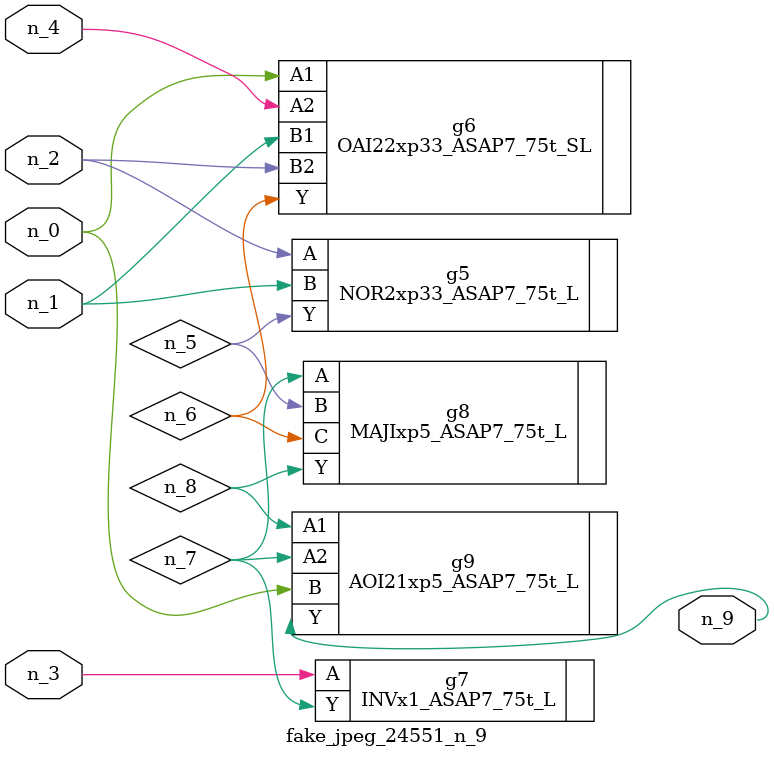
<source format=v>
module fake_jpeg_24551_n_9 (n_3, n_2, n_1, n_0, n_4, n_9);

input n_3;
input n_2;
input n_1;
input n_0;
input n_4;

output n_9;

wire n_8;
wire n_6;
wire n_5;
wire n_7;

NOR2xp33_ASAP7_75t_L g5 ( 
.A(n_2),
.B(n_1),
.Y(n_5)
);

OAI22xp33_ASAP7_75t_SL g6 ( 
.A1(n_0),
.A2(n_4),
.B1(n_1),
.B2(n_2),
.Y(n_6)
);

INVx1_ASAP7_75t_L g7 ( 
.A(n_3),
.Y(n_7)
);

MAJIxp5_ASAP7_75t_L g8 ( 
.A(n_7),
.B(n_5),
.C(n_6),
.Y(n_8)
);

AOI21xp5_ASAP7_75t_L g9 ( 
.A1(n_8),
.A2(n_7),
.B(n_0),
.Y(n_9)
);


endmodule
</source>
